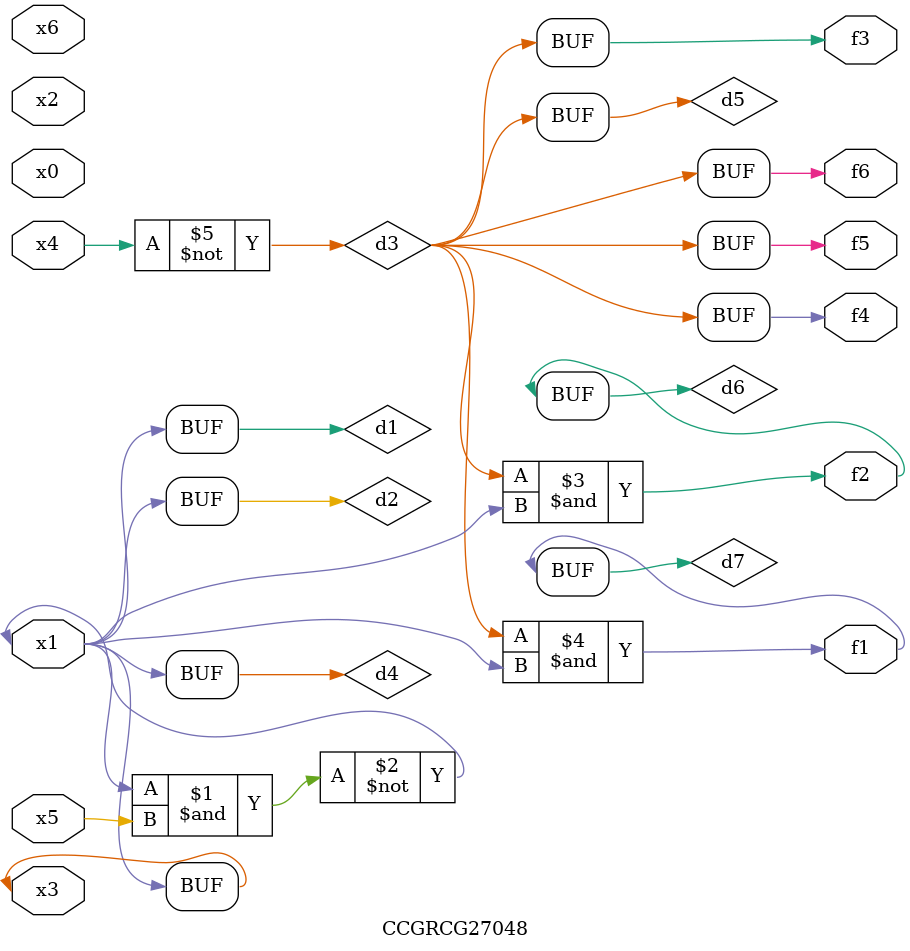
<source format=v>
module CCGRCG27048(
	input x0, x1, x2, x3, x4, x5, x6,
	output f1, f2, f3, f4, f5, f6
);

	wire d1, d2, d3, d4, d5, d6, d7;

	buf (d1, x1, x3);
	nand (d2, x1, x5);
	not (d3, x4);
	buf (d4, d1, d2);
	buf (d5, d3);
	and (d6, d3, d4);
	and (d7, d3, d4);
	assign f1 = d7;
	assign f2 = d6;
	assign f3 = d5;
	assign f4 = d5;
	assign f5 = d5;
	assign f6 = d5;
endmodule

</source>
